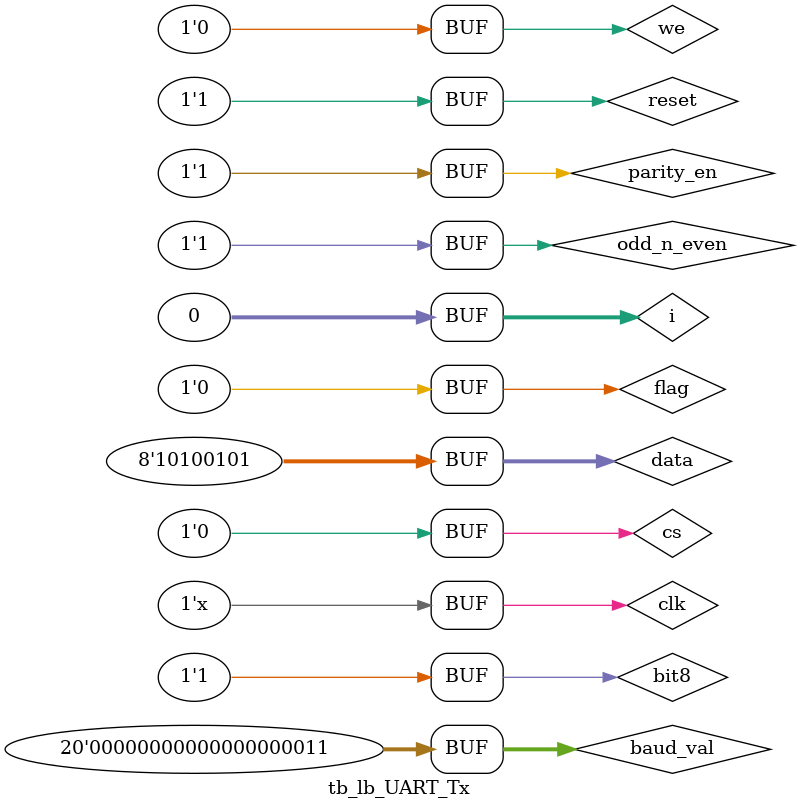
<source format=v>
`timescale 1ps / 1fs


module tb_lb_UART_Tx;

	// Inputs
	reg clk;
	reg reset;
	reg cs;
	reg we;
	reg [7:0] data;
	reg bit8;
	reg parity_en;
	reg odd_n_even;
	reg [19:0] baud_val;

	// Outputs
	wire txrdy;
	wire tx;
	
	integer i;
	reg flag;
	// Instantiate the Unit Under Test (UUT)
	lb_UART_Tx uut (
		.clk(clk), 
		.reset(reset), 
		.cs(cs), 
		.we(we), 
		.data(data), 
		.bit8(bit8), 
		.parity_en(parity_en), 
		.odd_n_even(odd_n_even), 
		.baud_val(baud_val), 
		.txrdy(txrdy), 
		.tx(tx)
	);
	
	always 
		#5 clk = ~clk;
		
	initial begin
		// Initialize Inputs
		clk = 0;
		reset = 0;
		cs = 0;
		we = 0;
		data = 8'hA5;
		bit8 = 1;
		parity_en = 1;
		odd_n_even = 1;
		baud_val = 3;
		i = 0;
		flag = 0;
		
		#15;
		reset = 1;
		#15;
		we = 1;
		#15;
		we = 0;
		// Wait 100 ns for global reset to finish
		#5000;
		
		
        
		// Add stimulus here

	end
      
endmodule


</source>
